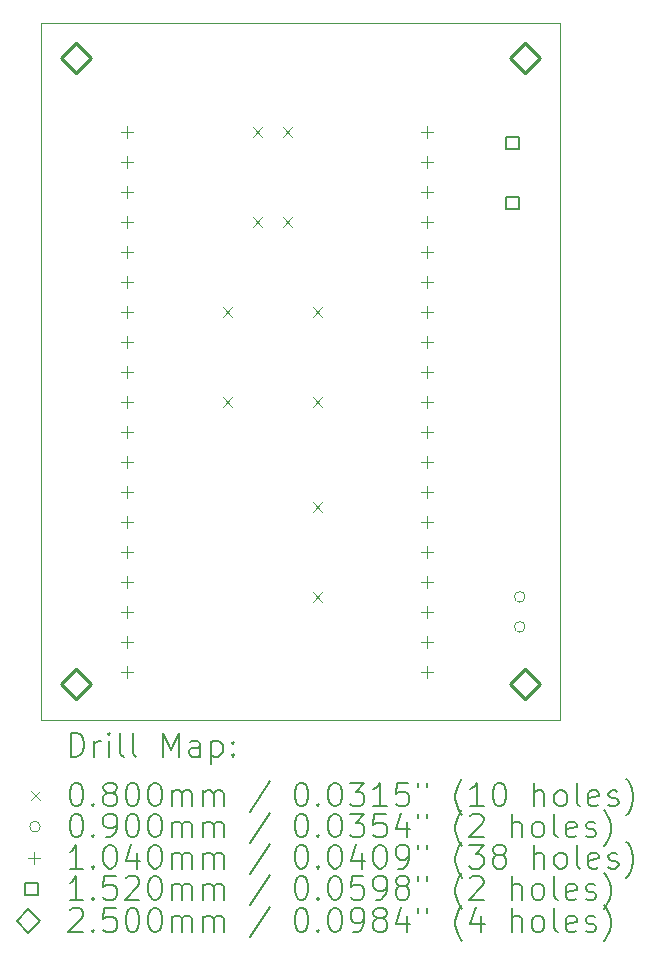
<source format=gbr>
%TF.GenerationSoftware,KiCad,Pcbnew,6.0.10+dfsg-1~bpo11+1*%
%TF.CreationDate,2023-02-14T21:12:59+00:00*%
%TF.ProjectId,Gazpar,47617a70-6172-42e6-9b69-6361645f7063,rev?*%
%TF.SameCoordinates,Original*%
%TF.FileFunction,Drillmap*%
%TF.FilePolarity,Positive*%
%FSLAX45Y45*%
G04 Gerber Fmt 4.5, Leading zero omitted, Abs format (unit mm)*
G04 Created by KiCad (PCBNEW 6.0.10+dfsg-1~bpo11+1) date 2023-02-14 21:12:59*
%MOMM*%
%LPD*%
G01*
G04 APERTURE LIST*
%ADD10C,0.050000*%
%ADD11C,0.200000*%
%ADD12C,0.080000*%
%ADD13C,0.090000*%
%ADD14C,0.104000*%
%ADD15C,0.152000*%
%ADD16C,0.250000*%
G04 APERTURE END LIST*
D10*
X15000000Y-4100000D02*
X15000000Y-10000000D01*
X15000000Y-4100000D02*
X19400000Y-4100000D01*
X19400000Y-4100000D02*
X19400000Y-10000000D01*
X15000000Y-10000000D02*
X19400000Y-10000000D01*
D11*
D12*
X16544250Y-6508000D02*
X16624250Y-6588000D01*
X16624250Y-6508000D02*
X16544250Y-6588000D01*
X16544250Y-7270000D02*
X16624250Y-7350000D01*
X16624250Y-7270000D02*
X16544250Y-7350000D01*
X16797750Y-4984000D02*
X16877750Y-5064000D01*
X16877750Y-4984000D02*
X16797750Y-5064000D01*
X16797750Y-5746000D02*
X16877750Y-5826000D01*
X16877750Y-5746000D02*
X16797750Y-5826000D01*
X17051750Y-4984000D02*
X17131750Y-5064000D01*
X17131750Y-4984000D02*
X17051750Y-5064000D01*
X17051750Y-5746000D02*
X17131750Y-5826000D01*
X17131750Y-5746000D02*
X17051750Y-5826000D01*
X17306250Y-6508000D02*
X17386250Y-6588000D01*
X17386250Y-6508000D02*
X17306250Y-6588000D01*
X17306250Y-7270000D02*
X17386250Y-7350000D01*
X17386250Y-7270000D02*
X17306250Y-7350000D01*
X17306250Y-8159000D02*
X17386250Y-8239000D01*
X17386250Y-8159000D02*
X17306250Y-8239000D01*
X17306250Y-8921000D02*
X17386250Y-9001000D01*
X17386250Y-8921000D02*
X17306250Y-9001000D01*
D13*
X19102000Y-8961000D02*
G75*
G03*
X19102000Y-8961000I-45000J0D01*
G01*
X19102000Y-9215000D02*
G75*
G03*
X19102000Y-9215000I-45000J0D01*
G01*
D14*
X15730000Y-4972000D02*
X15730000Y-5076000D01*
X15678000Y-5024000D02*
X15782000Y-5024000D01*
X15730000Y-5226000D02*
X15730000Y-5330000D01*
X15678000Y-5278000D02*
X15782000Y-5278000D01*
X15730000Y-5480000D02*
X15730000Y-5584000D01*
X15678000Y-5532000D02*
X15782000Y-5532000D01*
X15730000Y-5734000D02*
X15730000Y-5838000D01*
X15678000Y-5786000D02*
X15782000Y-5786000D01*
X15730000Y-5988000D02*
X15730000Y-6092000D01*
X15678000Y-6040000D02*
X15782000Y-6040000D01*
X15730000Y-6242000D02*
X15730000Y-6346000D01*
X15678000Y-6294000D02*
X15782000Y-6294000D01*
X15730000Y-6496000D02*
X15730000Y-6600000D01*
X15678000Y-6548000D02*
X15782000Y-6548000D01*
X15730000Y-6750000D02*
X15730000Y-6854000D01*
X15678000Y-6802000D02*
X15782000Y-6802000D01*
X15730000Y-7004000D02*
X15730000Y-7108000D01*
X15678000Y-7056000D02*
X15782000Y-7056000D01*
X15730000Y-7258000D02*
X15730000Y-7362000D01*
X15678000Y-7310000D02*
X15782000Y-7310000D01*
X15730000Y-7512000D02*
X15730000Y-7616000D01*
X15678000Y-7564000D02*
X15782000Y-7564000D01*
X15730000Y-7766000D02*
X15730000Y-7870000D01*
X15678000Y-7818000D02*
X15782000Y-7818000D01*
X15730000Y-8020000D02*
X15730000Y-8124000D01*
X15678000Y-8072000D02*
X15782000Y-8072000D01*
X15730000Y-8274000D02*
X15730000Y-8378000D01*
X15678000Y-8326000D02*
X15782000Y-8326000D01*
X15730000Y-8528000D02*
X15730000Y-8632000D01*
X15678000Y-8580000D02*
X15782000Y-8580000D01*
X15730000Y-8782000D02*
X15730000Y-8886000D01*
X15678000Y-8834000D02*
X15782000Y-8834000D01*
X15730000Y-9036000D02*
X15730000Y-9140000D01*
X15678000Y-9088000D02*
X15782000Y-9088000D01*
X15730000Y-9290000D02*
X15730000Y-9394000D01*
X15678000Y-9342000D02*
X15782000Y-9342000D01*
X15730000Y-9544000D02*
X15730000Y-9648000D01*
X15678000Y-9596000D02*
X15782000Y-9596000D01*
X18270000Y-4972000D02*
X18270000Y-5076000D01*
X18218000Y-5024000D02*
X18322000Y-5024000D01*
X18270000Y-5226000D02*
X18270000Y-5330000D01*
X18218000Y-5278000D02*
X18322000Y-5278000D01*
X18270000Y-5480000D02*
X18270000Y-5584000D01*
X18218000Y-5532000D02*
X18322000Y-5532000D01*
X18270000Y-5734000D02*
X18270000Y-5838000D01*
X18218000Y-5786000D02*
X18322000Y-5786000D01*
X18270000Y-5988000D02*
X18270000Y-6092000D01*
X18218000Y-6040000D02*
X18322000Y-6040000D01*
X18270000Y-6242000D02*
X18270000Y-6346000D01*
X18218000Y-6294000D02*
X18322000Y-6294000D01*
X18270000Y-6496000D02*
X18270000Y-6600000D01*
X18218000Y-6548000D02*
X18322000Y-6548000D01*
X18270000Y-6750000D02*
X18270000Y-6854000D01*
X18218000Y-6802000D02*
X18322000Y-6802000D01*
X18270000Y-7004000D02*
X18270000Y-7108000D01*
X18218000Y-7056000D02*
X18322000Y-7056000D01*
X18270000Y-7258000D02*
X18270000Y-7362000D01*
X18218000Y-7310000D02*
X18322000Y-7310000D01*
X18270000Y-7512000D02*
X18270000Y-7616000D01*
X18218000Y-7564000D02*
X18322000Y-7564000D01*
X18270000Y-7766000D02*
X18270000Y-7870000D01*
X18218000Y-7818000D02*
X18322000Y-7818000D01*
X18270000Y-8020000D02*
X18270000Y-8124000D01*
X18218000Y-8072000D02*
X18322000Y-8072000D01*
X18270000Y-8274000D02*
X18270000Y-8378000D01*
X18218000Y-8326000D02*
X18322000Y-8326000D01*
X18270000Y-8528000D02*
X18270000Y-8632000D01*
X18218000Y-8580000D02*
X18322000Y-8580000D01*
X18270000Y-8782000D02*
X18270000Y-8886000D01*
X18218000Y-8834000D02*
X18322000Y-8834000D01*
X18270000Y-9036000D02*
X18270000Y-9140000D01*
X18218000Y-9088000D02*
X18322000Y-9088000D01*
X18270000Y-9290000D02*
X18270000Y-9394000D01*
X18218000Y-9342000D02*
X18322000Y-9342000D01*
X18270000Y-9544000D02*
X18270000Y-9648000D01*
X18218000Y-9596000D02*
X18322000Y-9596000D01*
D15*
X19047241Y-5171741D02*
X19047241Y-5064259D01*
X18939759Y-5064259D01*
X18939759Y-5171741D01*
X19047241Y-5171741D01*
X19047241Y-5679741D02*
X19047241Y-5572259D01*
X18939759Y-5572259D01*
X18939759Y-5679741D01*
X19047241Y-5679741D01*
D16*
X15300000Y-4525000D02*
X15425000Y-4400000D01*
X15300000Y-4275000D01*
X15175000Y-4400000D01*
X15300000Y-4525000D01*
X15300000Y-9825000D02*
X15425000Y-9700000D01*
X15300000Y-9575000D01*
X15175000Y-9700000D01*
X15300000Y-9825000D01*
X19100000Y-4525000D02*
X19225000Y-4400000D01*
X19100000Y-4275000D01*
X18975000Y-4400000D01*
X19100000Y-4525000D01*
X19100000Y-9825000D02*
X19225000Y-9700000D01*
X19100000Y-9575000D01*
X18975000Y-9700000D01*
X19100000Y-9825000D01*
D11*
X15255119Y-10312976D02*
X15255119Y-10112976D01*
X15302738Y-10112976D01*
X15331309Y-10122500D01*
X15350357Y-10141548D01*
X15359881Y-10160595D01*
X15369405Y-10198690D01*
X15369405Y-10227262D01*
X15359881Y-10265357D01*
X15350357Y-10284405D01*
X15331309Y-10303452D01*
X15302738Y-10312976D01*
X15255119Y-10312976D01*
X15455119Y-10312976D02*
X15455119Y-10179643D01*
X15455119Y-10217738D02*
X15464643Y-10198690D01*
X15474167Y-10189167D01*
X15493214Y-10179643D01*
X15512262Y-10179643D01*
X15578928Y-10312976D02*
X15578928Y-10179643D01*
X15578928Y-10112976D02*
X15569405Y-10122500D01*
X15578928Y-10132024D01*
X15588452Y-10122500D01*
X15578928Y-10112976D01*
X15578928Y-10132024D01*
X15702738Y-10312976D02*
X15683690Y-10303452D01*
X15674167Y-10284405D01*
X15674167Y-10112976D01*
X15807500Y-10312976D02*
X15788452Y-10303452D01*
X15778928Y-10284405D01*
X15778928Y-10112976D01*
X16036071Y-10312976D02*
X16036071Y-10112976D01*
X16102738Y-10255833D01*
X16169405Y-10112976D01*
X16169405Y-10312976D01*
X16350357Y-10312976D02*
X16350357Y-10208214D01*
X16340833Y-10189167D01*
X16321786Y-10179643D01*
X16283690Y-10179643D01*
X16264643Y-10189167D01*
X16350357Y-10303452D02*
X16331309Y-10312976D01*
X16283690Y-10312976D01*
X16264643Y-10303452D01*
X16255119Y-10284405D01*
X16255119Y-10265357D01*
X16264643Y-10246310D01*
X16283690Y-10236786D01*
X16331309Y-10236786D01*
X16350357Y-10227262D01*
X16445595Y-10179643D02*
X16445595Y-10379643D01*
X16445595Y-10189167D02*
X16464643Y-10179643D01*
X16502738Y-10179643D01*
X16521786Y-10189167D01*
X16531309Y-10198690D01*
X16540833Y-10217738D01*
X16540833Y-10274881D01*
X16531309Y-10293929D01*
X16521786Y-10303452D01*
X16502738Y-10312976D01*
X16464643Y-10312976D01*
X16445595Y-10303452D01*
X16626548Y-10293929D02*
X16636071Y-10303452D01*
X16626548Y-10312976D01*
X16617024Y-10303452D01*
X16626548Y-10293929D01*
X16626548Y-10312976D01*
X16626548Y-10189167D02*
X16636071Y-10198690D01*
X16626548Y-10208214D01*
X16617024Y-10198690D01*
X16626548Y-10189167D01*
X16626548Y-10208214D01*
D12*
X14917500Y-10602500D02*
X14997500Y-10682500D01*
X14997500Y-10602500D02*
X14917500Y-10682500D01*
D11*
X15293214Y-10532976D02*
X15312262Y-10532976D01*
X15331309Y-10542500D01*
X15340833Y-10552024D01*
X15350357Y-10571071D01*
X15359881Y-10609167D01*
X15359881Y-10656786D01*
X15350357Y-10694881D01*
X15340833Y-10713929D01*
X15331309Y-10723452D01*
X15312262Y-10732976D01*
X15293214Y-10732976D01*
X15274167Y-10723452D01*
X15264643Y-10713929D01*
X15255119Y-10694881D01*
X15245595Y-10656786D01*
X15245595Y-10609167D01*
X15255119Y-10571071D01*
X15264643Y-10552024D01*
X15274167Y-10542500D01*
X15293214Y-10532976D01*
X15445595Y-10713929D02*
X15455119Y-10723452D01*
X15445595Y-10732976D01*
X15436071Y-10723452D01*
X15445595Y-10713929D01*
X15445595Y-10732976D01*
X15569405Y-10618690D02*
X15550357Y-10609167D01*
X15540833Y-10599643D01*
X15531309Y-10580595D01*
X15531309Y-10571071D01*
X15540833Y-10552024D01*
X15550357Y-10542500D01*
X15569405Y-10532976D01*
X15607500Y-10532976D01*
X15626548Y-10542500D01*
X15636071Y-10552024D01*
X15645595Y-10571071D01*
X15645595Y-10580595D01*
X15636071Y-10599643D01*
X15626548Y-10609167D01*
X15607500Y-10618690D01*
X15569405Y-10618690D01*
X15550357Y-10628214D01*
X15540833Y-10637738D01*
X15531309Y-10656786D01*
X15531309Y-10694881D01*
X15540833Y-10713929D01*
X15550357Y-10723452D01*
X15569405Y-10732976D01*
X15607500Y-10732976D01*
X15626548Y-10723452D01*
X15636071Y-10713929D01*
X15645595Y-10694881D01*
X15645595Y-10656786D01*
X15636071Y-10637738D01*
X15626548Y-10628214D01*
X15607500Y-10618690D01*
X15769405Y-10532976D02*
X15788452Y-10532976D01*
X15807500Y-10542500D01*
X15817024Y-10552024D01*
X15826548Y-10571071D01*
X15836071Y-10609167D01*
X15836071Y-10656786D01*
X15826548Y-10694881D01*
X15817024Y-10713929D01*
X15807500Y-10723452D01*
X15788452Y-10732976D01*
X15769405Y-10732976D01*
X15750357Y-10723452D01*
X15740833Y-10713929D01*
X15731309Y-10694881D01*
X15721786Y-10656786D01*
X15721786Y-10609167D01*
X15731309Y-10571071D01*
X15740833Y-10552024D01*
X15750357Y-10542500D01*
X15769405Y-10532976D01*
X15959881Y-10532976D02*
X15978928Y-10532976D01*
X15997976Y-10542500D01*
X16007500Y-10552024D01*
X16017024Y-10571071D01*
X16026548Y-10609167D01*
X16026548Y-10656786D01*
X16017024Y-10694881D01*
X16007500Y-10713929D01*
X15997976Y-10723452D01*
X15978928Y-10732976D01*
X15959881Y-10732976D01*
X15940833Y-10723452D01*
X15931309Y-10713929D01*
X15921786Y-10694881D01*
X15912262Y-10656786D01*
X15912262Y-10609167D01*
X15921786Y-10571071D01*
X15931309Y-10552024D01*
X15940833Y-10542500D01*
X15959881Y-10532976D01*
X16112262Y-10732976D02*
X16112262Y-10599643D01*
X16112262Y-10618690D02*
X16121786Y-10609167D01*
X16140833Y-10599643D01*
X16169405Y-10599643D01*
X16188452Y-10609167D01*
X16197976Y-10628214D01*
X16197976Y-10732976D01*
X16197976Y-10628214D02*
X16207500Y-10609167D01*
X16226548Y-10599643D01*
X16255119Y-10599643D01*
X16274167Y-10609167D01*
X16283690Y-10628214D01*
X16283690Y-10732976D01*
X16378928Y-10732976D02*
X16378928Y-10599643D01*
X16378928Y-10618690D02*
X16388452Y-10609167D01*
X16407500Y-10599643D01*
X16436071Y-10599643D01*
X16455119Y-10609167D01*
X16464643Y-10628214D01*
X16464643Y-10732976D01*
X16464643Y-10628214D02*
X16474167Y-10609167D01*
X16493214Y-10599643D01*
X16521786Y-10599643D01*
X16540833Y-10609167D01*
X16550357Y-10628214D01*
X16550357Y-10732976D01*
X16940833Y-10523452D02*
X16769405Y-10780595D01*
X17197976Y-10532976D02*
X17217024Y-10532976D01*
X17236071Y-10542500D01*
X17245595Y-10552024D01*
X17255119Y-10571071D01*
X17264643Y-10609167D01*
X17264643Y-10656786D01*
X17255119Y-10694881D01*
X17245595Y-10713929D01*
X17236071Y-10723452D01*
X17217024Y-10732976D01*
X17197976Y-10732976D01*
X17178929Y-10723452D01*
X17169405Y-10713929D01*
X17159881Y-10694881D01*
X17150357Y-10656786D01*
X17150357Y-10609167D01*
X17159881Y-10571071D01*
X17169405Y-10552024D01*
X17178929Y-10542500D01*
X17197976Y-10532976D01*
X17350357Y-10713929D02*
X17359881Y-10723452D01*
X17350357Y-10732976D01*
X17340833Y-10723452D01*
X17350357Y-10713929D01*
X17350357Y-10732976D01*
X17483690Y-10532976D02*
X17502738Y-10532976D01*
X17521786Y-10542500D01*
X17531310Y-10552024D01*
X17540833Y-10571071D01*
X17550357Y-10609167D01*
X17550357Y-10656786D01*
X17540833Y-10694881D01*
X17531310Y-10713929D01*
X17521786Y-10723452D01*
X17502738Y-10732976D01*
X17483690Y-10732976D01*
X17464643Y-10723452D01*
X17455119Y-10713929D01*
X17445595Y-10694881D01*
X17436071Y-10656786D01*
X17436071Y-10609167D01*
X17445595Y-10571071D01*
X17455119Y-10552024D01*
X17464643Y-10542500D01*
X17483690Y-10532976D01*
X17617024Y-10532976D02*
X17740833Y-10532976D01*
X17674167Y-10609167D01*
X17702738Y-10609167D01*
X17721786Y-10618690D01*
X17731310Y-10628214D01*
X17740833Y-10647262D01*
X17740833Y-10694881D01*
X17731310Y-10713929D01*
X17721786Y-10723452D01*
X17702738Y-10732976D01*
X17645595Y-10732976D01*
X17626548Y-10723452D01*
X17617024Y-10713929D01*
X17931310Y-10732976D02*
X17817024Y-10732976D01*
X17874167Y-10732976D02*
X17874167Y-10532976D01*
X17855119Y-10561548D01*
X17836071Y-10580595D01*
X17817024Y-10590119D01*
X18112262Y-10532976D02*
X18017024Y-10532976D01*
X18007500Y-10628214D01*
X18017024Y-10618690D01*
X18036071Y-10609167D01*
X18083690Y-10609167D01*
X18102738Y-10618690D01*
X18112262Y-10628214D01*
X18121786Y-10647262D01*
X18121786Y-10694881D01*
X18112262Y-10713929D01*
X18102738Y-10723452D01*
X18083690Y-10732976D01*
X18036071Y-10732976D01*
X18017024Y-10723452D01*
X18007500Y-10713929D01*
X18197976Y-10532976D02*
X18197976Y-10571071D01*
X18274167Y-10532976D02*
X18274167Y-10571071D01*
X18569405Y-10809167D02*
X18559881Y-10799643D01*
X18540833Y-10771071D01*
X18531310Y-10752024D01*
X18521786Y-10723452D01*
X18512262Y-10675833D01*
X18512262Y-10637738D01*
X18521786Y-10590119D01*
X18531310Y-10561548D01*
X18540833Y-10542500D01*
X18559881Y-10513929D01*
X18569405Y-10504405D01*
X18750357Y-10732976D02*
X18636071Y-10732976D01*
X18693214Y-10732976D02*
X18693214Y-10532976D01*
X18674167Y-10561548D01*
X18655119Y-10580595D01*
X18636071Y-10590119D01*
X18874167Y-10532976D02*
X18893214Y-10532976D01*
X18912262Y-10542500D01*
X18921786Y-10552024D01*
X18931310Y-10571071D01*
X18940833Y-10609167D01*
X18940833Y-10656786D01*
X18931310Y-10694881D01*
X18921786Y-10713929D01*
X18912262Y-10723452D01*
X18893214Y-10732976D01*
X18874167Y-10732976D01*
X18855119Y-10723452D01*
X18845595Y-10713929D01*
X18836071Y-10694881D01*
X18826548Y-10656786D01*
X18826548Y-10609167D01*
X18836071Y-10571071D01*
X18845595Y-10552024D01*
X18855119Y-10542500D01*
X18874167Y-10532976D01*
X19178929Y-10732976D02*
X19178929Y-10532976D01*
X19264643Y-10732976D02*
X19264643Y-10628214D01*
X19255119Y-10609167D01*
X19236071Y-10599643D01*
X19207500Y-10599643D01*
X19188452Y-10609167D01*
X19178929Y-10618690D01*
X19388452Y-10732976D02*
X19369405Y-10723452D01*
X19359881Y-10713929D01*
X19350357Y-10694881D01*
X19350357Y-10637738D01*
X19359881Y-10618690D01*
X19369405Y-10609167D01*
X19388452Y-10599643D01*
X19417024Y-10599643D01*
X19436071Y-10609167D01*
X19445595Y-10618690D01*
X19455119Y-10637738D01*
X19455119Y-10694881D01*
X19445595Y-10713929D01*
X19436071Y-10723452D01*
X19417024Y-10732976D01*
X19388452Y-10732976D01*
X19569405Y-10732976D02*
X19550357Y-10723452D01*
X19540833Y-10704405D01*
X19540833Y-10532976D01*
X19721786Y-10723452D02*
X19702738Y-10732976D01*
X19664643Y-10732976D01*
X19645595Y-10723452D01*
X19636071Y-10704405D01*
X19636071Y-10628214D01*
X19645595Y-10609167D01*
X19664643Y-10599643D01*
X19702738Y-10599643D01*
X19721786Y-10609167D01*
X19731310Y-10628214D01*
X19731310Y-10647262D01*
X19636071Y-10666310D01*
X19807500Y-10723452D02*
X19826548Y-10732976D01*
X19864643Y-10732976D01*
X19883690Y-10723452D01*
X19893214Y-10704405D01*
X19893214Y-10694881D01*
X19883690Y-10675833D01*
X19864643Y-10666310D01*
X19836071Y-10666310D01*
X19817024Y-10656786D01*
X19807500Y-10637738D01*
X19807500Y-10628214D01*
X19817024Y-10609167D01*
X19836071Y-10599643D01*
X19864643Y-10599643D01*
X19883690Y-10609167D01*
X19959881Y-10809167D02*
X19969405Y-10799643D01*
X19988452Y-10771071D01*
X19997976Y-10752024D01*
X20007500Y-10723452D01*
X20017024Y-10675833D01*
X20017024Y-10637738D01*
X20007500Y-10590119D01*
X19997976Y-10561548D01*
X19988452Y-10542500D01*
X19969405Y-10513929D01*
X19959881Y-10504405D01*
D13*
X14997500Y-10906500D02*
G75*
G03*
X14997500Y-10906500I-45000J0D01*
G01*
D11*
X15293214Y-10796976D02*
X15312262Y-10796976D01*
X15331309Y-10806500D01*
X15340833Y-10816024D01*
X15350357Y-10835071D01*
X15359881Y-10873167D01*
X15359881Y-10920786D01*
X15350357Y-10958881D01*
X15340833Y-10977929D01*
X15331309Y-10987452D01*
X15312262Y-10996976D01*
X15293214Y-10996976D01*
X15274167Y-10987452D01*
X15264643Y-10977929D01*
X15255119Y-10958881D01*
X15245595Y-10920786D01*
X15245595Y-10873167D01*
X15255119Y-10835071D01*
X15264643Y-10816024D01*
X15274167Y-10806500D01*
X15293214Y-10796976D01*
X15445595Y-10977929D02*
X15455119Y-10987452D01*
X15445595Y-10996976D01*
X15436071Y-10987452D01*
X15445595Y-10977929D01*
X15445595Y-10996976D01*
X15550357Y-10996976D02*
X15588452Y-10996976D01*
X15607500Y-10987452D01*
X15617024Y-10977929D01*
X15636071Y-10949357D01*
X15645595Y-10911262D01*
X15645595Y-10835071D01*
X15636071Y-10816024D01*
X15626548Y-10806500D01*
X15607500Y-10796976D01*
X15569405Y-10796976D01*
X15550357Y-10806500D01*
X15540833Y-10816024D01*
X15531309Y-10835071D01*
X15531309Y-10882690D01*
X15540833Y-10901738D01*
X15550357Y-10911262D01*
X15569405Y-10920786D01*
X15607500Y-10920786D01*
X15626548Y-10911262D01*
X15636071Y-10901738D01*
X15645595Y-10882690D01*
X15769405Y-10796976D02*
X15788452Y-10796976D01*
X15807500Y-10806500D01*
X15817024Y-10816024D01*
X15826548Y-10835071D01*
X15836071Y-10873167D01*
X15836071Y-10920786D01*
X15826548Y-10958881D01*
X15817024Y-10977929D01*
X15807500Y-10987452D01*
X15788452Y-10996976D01*
X15769405Y-10996976D01*
X15750357Y-10987452D01*
X15740833Y-10977929D01*
X15731309Y-10958881D01*
X15721786Y-10920786D01*
X15721786Y-10873167D01*
X15731309Y-10835071D01*
X15740833Y-10816024D01*
X15750357Y-10806500D01*
X15769405Y-10796976D01*
X15959881Y-10796976D02*
X15978928Y-10796976D01*
X15997976Y-10806500D01*
X16007500Y-10816024D01*
X16017024Y-10835071D01*
X16026548Y-10873167D01*
X16026548Y-10920786D01*
X16017024Y-10958881D01*
X16007500Y-10977929D01*
X15997976Y-10987452D01*
X15978928Y-10996976D01*
X15959881Y-10996976D01*
X15940833Y-10987452D01*
X15931309Y-10977929D01*
X15921786Y-10958881D01*
X15912262Y-10920786D01*
X15912262Y-10873167D01*
X15921786Y-10835071D01*
X15931309Y-10816024D01*
X15940833Y-10806500D01*
X15959881Y-10796976D01*
X16112262Y-10996976D02*
X16112262Y-10863643D01*
X16112262Y-10882690D02*
X16121786Y-10873167D01*
X16140833Y-10863643D01*
X16169405Y-10863643D01*
X16188452Y-10873167D01*
X16197976Y-10892214D01*
X16197976Y-10996976D01*
X16197976Y-10892214D02*
X16207500Y-10873167D01*
X16226548Y-10863643D01*
X16255119Y-10863643D01*
X16274167Y-10873167D01*
X16283690Y-10892214D01*
X16283690Y-10996976D01*
X16378928Y-10996976D02*
X16378928Y-10863643D01*
X16378928Y-10882690D02*
X16388452Y-10873167D01*
X16407500Y-10863643D01*
X16436071Y-10863643D01*
X16455119Y-10873167D01*
X16464643Y-10892214D01*
X16464643Y-10996976D01*
X16464643Y-10892214D02*
X16474167Y-10873167D01*
X16493214Y-10863643D01*
X16521786Y-10863643D01*
X16540833Y-10873167D01*
X16550357Y-10892214D01*
X16550357Y-10996976D01*
X16940833Y-10787452D02*
X16769405Y-11044595D01*
X17197976Y-10796976D02*
X17217024Y-10796976D01*
X17236071Y-10806500D01*
X17245595Y-10816024D01*
X17255119Y-10835071D01*
X17264643Y-10873167D01*
X17264643Y-10920786D01*
X17255119Y-10958881D01*
X17245595Y-10977929D01*
X17236071Y-10987452D01*
X17217024Y-10996976D01*
X17197976Y-10996976D01*
X17178929Y-10987452D01*
X17169405Y-10977929D01*
X17159881Y-10958881D01*
X17150357Y-10920786D01*
X17150357Y-10873167D01*
X17159881Y-10835071D01*
X17169405Y-10816024D01*
X17178929Y-10806500D01*
X17197976Y-10796976D01*
X17350357Y-10977929D02*
X17359881Y-10987452D01*
X17350357Y-10996976D01*
X17340833Y-10987452D01*
X17350357Y-10977929D01*
X17350357Y-10996976D01*
X17483690Y-10796976D02*
X17502738Y-10796976D01*
X17521786Y-10806500D01*
X17531310Y-10816024D01*
X17540833Y-10835071D01*
X17550357Y-10873167D01*
X17550357Y-10920786D01*
X17540833Y-10958881D01*
X17531310Y-10977929D01*
X17521786Y-10987452D01*
X17502738Y-10996976D01*
X17483690Y-10996976D01*
X17464643Y-10987452D01*
X17455119Y-10977929D01*
X17445595Y-10958881D01*
X17436071Y-10920786D01*
X17436071Y-10873167D01*
X17445595Y-10835071D01*
X17455119Y-10816024D01*
X17464643Y-10806500D01*
X17483690Y-10796976D01*
X17617024Y-10796976D02*
X17740833Y-10796976D01*
X17674167Y-10873167D01*
X17702738Y-10873167D01*
X17721786Y-10882690D01*
X17731310Y-10892214D01*
X17740833Y-10911262D01*
X17740833Y-10958881D01*
X17731310Y-10977929D01*
X17721786Y-10987452D01*
X17702738Y-10996976D01*
X17645595Y-10996976D01*
X17626548Y-10987452D01*
X17617024Y-10977929D01*
X17921786Y-10796976D02*
X17826548Y-10796976D01*
X17817024Y-10892214D01*
X17826548Y-10882690D01*
X17845595Y-10873167D01*
X17893214Y-10873167D01*
X17912262Y-10882690D01*
X17921786Y-10892214D01*
X17931310Y-10911262D01*
X17931310Y-10958881D01*
X17921786Y-10977929D01*
X17912262Y-10987452D01*
X17893214Y-10996976D01*
X17845595Y-10996976D01*
X17826548Y-10987452D01*
X17817024Y-10977929D01*
X18102738Y-10863643D02*
X18102738Y-10996976D01*
X18055119Y-10787452D02*
X18007500Y-10930310D01*
X18131310Y-10930310D01*
X18197976Y-10796976D02*
X18197976Y-10835071D01*
X18274167Y-10796976D02*
X18274167Y-10835071D01*
X18569405Y-11073167D02*
X18559881Y-11063643D01*
X18540833Y-11035071D01*
X18531310Y-11016024D01*
X18521786Y-10987452D01*
X18512262Y-10939833D01*
X18512262Y-10901738D01*
X18521786Y-10854119D01*
X18531310Y-10825548D01*
X18540833Y-10806500D01*
X18559881Y-10777929D01*
X18569405Y-10768405D01*
X18636071Y-10816024D02*
X18645595Y-10806500D01*
X18664643Y-10796976D01*
X18712262Y-10796976D01*
X18731310Y-10806500D01*
X18740833Y-10816024D01*
X18750357Y-10835071D01*
X18750357Y-10854119D01*
X18740833Y-10882690D01*
X18626548Y-10996976D01*
X18750357Y-10996976D01*
X18988452Y-10996976D02*
X18988452Y-10796976D01*
X19074167Y-10996976D02*
X19074167Y-10892214D01*
X19064643Y-10873167D01*
X19045595Y-10863643D01*
X19017024Y-10863643D01*
X18997976Y-10873167D01*
X18988452Y-10882690D01*
X19197976Y-10996976D02*
X19178929Y-10987452D01*
X19169405Y-10977929D01*
X19159881Y-10958881D01*
X19159881Y-10901738D01*
X19169405Y-10882690D01*
X19178929Y-10873167D01*
X19197976Y-10863643D01*
X19226548Y-10863643D01*
X19245595Y-10873167D01*
X19255119Y-10882690D01*
X19264643Y-10901738D01*
X19264643Y-10958881D01*
X19255119Y-10977929D01*
X19245595Y-10987452D01*
X19226548Y-10996976D01*
X19197976Y-10996976D01*
X19378929Y-10996976D02*
X19359881Y-10987452D01*
X19350357Y-10968405D01*
X19350357Y-10796976D01*
X19531310Y-10987452D02*
X19512262Y-10996976D01*
X19474167Y-10996976D01*
X19455119Y-10987452D01*
X19445595Y-10968405D01*
X19445595Y-10892214D01*
X19455119Y-10873167D01*
X19474167Y-10863643D01*
X19512262Y-10863643D01*
X19531310Y-10873167D01*
X19540833Y-10892214D01*
X19540833Y-10911262D01*
X19445595Y-10930310D01*
X19617024Y-10987452D02*
X19636071Y-10996976D01*
X19674167Y-10996976D01*
X19693214Y-10987452D01*
X19702738Y-10968405D01*
X19702738Y-10958881D01*
X19693214Y-10939833D01*
X19674167Y-10930310D01*
X19645595Y-10930310D01*
X19626548Y-10920786D01*
X19617024Y-10901738D01*
X19617024Y-10892214D01*
X19626548Y-10873167D01*
X19645595Y-10863643D01*
X19674167Y-10863643D01*
X19693214Y-10873167D01*
X19769405Y-11073167D02*
X19778929Y-11063643D01*
X19797976Y-11035071D01*
X19807500Y-11016024D01*
X19817024Y-10987452D01*
X19826548Y-10939833D01*
X19826548Y-10901738D01*
X19817024Y-10854119D01*
X19807500Y-10825548D01*
X19797976Y-10806500D01*
X19778929Y-10777929D01*
X19769405Y-10768405D01*
D14*
X14945500Y-11118500D02*
X14945500Y-11222500D01*
X14893500Y-11170500D02*
X14997500Y-11170500D01*
D11*
X15359881Y-11260976D02*
X15245595Y-11260976D01*
X15302738Y-11260976D02*
X15302738Y-11060976D01*
X15283690Y-11089548D01*
X15264643Y-11108595D01*
X15245595Y-11118119D01*
X15445595Y-11241928D02*
X15455119Y-11251452D01*
X15445595Y-11260976D01*
X15436071Y-11251452D01*
X15445595Y-11241928D01*
X15445595Y-11260976D01*
X15578928Y-11060976D02*
X15597976Y-11060976D01*
X15617024Y-11070500D01*
X15626548Y-11080024D01*
X15636071Y-11099071D01*
X15645595Y-11137167D01*
X15645595Y-11184786D01*
X15636071Y-11222881D01*
X15626548Y-11241928D01*
X15617024Y-11251452D01*
X15597976Y-11260976D01*
X15578928Y-11260976D01*
X15559881Y-11251452D01*
X15550357Y-11241928D01*
X15540833Y-11222881D01*
X15531309Y-11184786D01*
X15531309Y-11137167D01*
X15540833Y-11099071D01*
X15550357Y-11080024D01*
X15559881Y-11070500D01*
X15578928Y-11060976D01*
X15817024Y-11127643D02*
X15817024Y-11260976D01*
X15769405Y-11051452D02*
X15721786Y-11194309D01*
X15845595Y-11194309D01*
X15959881Y-11060976D02*
X15978928Y-11060976D01*
X15997976Y-11070500D01*
X16007500Y-11080024D01*
X16017024Y-11099071D01*
X16026548Y-11137167D01*
X16026548Y-11184786D01*
X16017024Y-11222881D01*
X16007500Y-11241928D01*
X15997976Y-11251452D01*
X15978928Y-11260976D01*
X15959881Y-11260976D01*
X15940833Y-11251452D01*
X15931309Y-11241928D01*
X15921786Y-11222881D01*
X15912262Y-11184786D01*
X15912262Y-11137167D01*
X15921786Y-11099071D01*
X15931309Y-11080024D01*
X15940833Y-11070500D01*
X15959881Y-11060976D01*
X16112262Y-11260976D02*
X16112262Y-11127643D01*
X16112262Y-11146690D02*
X16121786Y-11137167D01*
X16140833Y-11127643D01*
X16169405Y-11127643D01*
X16188452Y-11137167D01*
X16197976Y-11156214D01*
X16197976Y-11260976D01*
X16197976Y-11156214D02*
X16207500Y-11137167D01*
X16226548Y-11127643D01*
X16255119Y-11127643D01*
X16274167Y-11137167D01*
X16283690Y-11156214D01*
X16283690Y-11260976D01*
X16378928Y-11260976D02*
X16378928Y-11127643D01*
X16378928Y-11146690D02*
X16388452Y-11137167D01*
X16407500Y-11127643D01*
X16436071Y-11127643D01*
X16455119Y-11137167D01*
X16464643Y-11156214D01*
X16464643Y-11260976D01*
X16464643Y-11156214D02*
X16474167Y-11137167D01*
X16493214Y-11127643D01*
X16521786Y-11127643D01*
X16540833Y-11137167D01*
X16550357Y-11156214D01*
X16550357Y-11260976D01*
X16940833Y-11051452D02*
X16769405Y-11308595D01*
X17197976Y-11060976D02*
X17217024Y-11060976D01*
X17236071Y-11070500D01*
X17245595Y-11080024D01*
X17255119Y-11099071D01*
X17264643Y-11137167D01*
X17264643Y-11184786D01*
X17255119Y-11222881D01*
X17245595Y-11241928D01*
X17236071Y-11251452D01*
X17217024Y-11260976D01*
X17197976Y-11260976D01*
X17178929Y-11251452D01*
X17169405Y-11241928D01*
X17159881Y-11222881D01*
X17150357Y-11184786D01*
X17150357Y-11137167D01*
X17159881Y-11099071D01*
X17169405Y-11080024D01*
X17178929Y-11070500D01*
X17197976Y-11060976D01*
X17350357Y-11241928D02*
X17359881Y-11251452D01*
X17350357Y-11260976D01*
X17340833Y-11251452D01*
X17350357Y-11241928D01*
X17350357Y-11260976D01*
X17483690Y-11060976D02*
X17502738Y-11060976D01*
X17521786Y-11070500D01*
X17531310Y-11080024D01*
X17540833Y-11099071D01*
X17550357Y-11137167D01*
X17550357Y-11184786D01*
X17540833Y-11222881D01*
X17531310Y-11241928D01*
X17521786Y-11251452D01*
X17502738Y-11260976D01*
X17483690Y-11260976D01*
X17464643Y-11251452D01*
X17455119Y-11241928D01*
X17445595Y-11222881D01*
X17436071Y-11184786D01*
X17436071Y-11137167D01*
X17445595Y-11099071D01*
X17455119Y-11080024D01*
X17464643Y-11070500D01*
X17483690Y-11060976D01*
X17721786Y-11127643D02*
X17721786Y-11260976D01*
X17674167Y-11051452D02*
X17626548Y-11194309D01*
X17750357Y-11194309D01*
X17864643Y-11060976D02*
X17883690Y-11060976D01*
X17902738Y-11070500D01*
X17912262Y-11080024D01*
X17921786Y-11099071D01*
X17931310Y-11137167D01*
X17931310Y-11184786D01*
X17921786Y-11222881D01*
X17912262Y-11241928D01*
X17902738Y-11251452D01*
X17883690Y-11260976D01*
X17864643Y-11260976D01*
X17845595Y-11251452D01*
X17836071Y-11241928D01*
X17826548Y-11222881D01*
X17817024Y-11184786D01*
X17817024Y-11137167D01*
X17826548Y-11099071D01*
X17836071Y-11080024D01*
X17845595Y-11070500D01*
X17864643Y-11060976D01*
X18026548Y-11260976D02*
X18064643Y-11260976D01*
X18083690Y-11251452D01*
X18093214Y-11241928D01*
X18112262Y-11213357D01*
X18121786Y-11175262D01*
X18121786Y-11099071D01*
X18112262Y-11080024D01*
X18102738Y-11070500D01*
X18083690Y-11060976D01*
X18045595Y-11060976D01*
X18026548Y-11070500D01*
X18017024Y-11080024D01*
X18007500Y-11099071D01*
X18007500Y-11146690D01*
X18017024Y-11165738D01*
X18026548Y-11175262D01*
X18045595Y-11184786D01*
X18083690Y-11184786D01*
X18102738Y-11175262D01*
X18112262Y-11165738D01*
X18121786Y-11146690D01*
X18197976Y-11060976D02*
X18197976Y-11099071D01*
X18274167Y-11060976D02*
X18274167Y-11099071D01*
X18569405Y-11337167D02*
X18559881Y-11327643D01*
X18540833Y-11299071D01*
X18531310Y-11280024D01*
X18521786Y-11251452D01*
X18512262Y-11203833D01*
X18512262Y-11165738D01*
X18521786Y-11118119D01*
X18531310Y-11089548D01*
X18540833Y-11070500D01*
X18559881Y-11041929D01*
X18569405Y-11032405D01*
X18626548Y-11060976D02*
X18750357Y-11060976D01*
X18683690Y-11137167D01*
X18712262Y-11137167D01*
X18731310Y-11146690D01*
X18740833Y-11156214D01*
X18750357Y-11175262D01*
X18750357Y-11222881D01*
X18740833Y-11241928D01*
X18731310Y-11251452D01*
X18712262Y-11260976D01*
X18655119Y-11260976D01*
X18636071Y-11251452D01*
X18626548Y-11241928D01*
X18864643Y-11146690D02*
X18845595Y-11137167D01*
X18836071Y-11127643D01*
X18826548Y-11108595D01*
X18826548Y-11099071D01*
X18836071Y-11080024D01*
X18845595Y-11070500D01*
X18864643Y-11060976D01*
X18902738Y-11060976D01*
X18921786Y-11070500D01*
X18931310Y-11080024D01*
X18940833Y-11099071D01*
X18940833Y-11108595D01*
X18931310Y-11127643D01*
X18921786Y-11137167D01*
X18902738Y-11146690D01*
X18864643Y-11146690D01*
X18845595Y-11156214D01*
X18836071Y-11165738D01*
X18826548Y-11184786D01*
X18826548Y-11222881D01*
X18836071Y-11241928D01*
X18845595Y-11251452D01*
X18864643Y-11260976D01*
X18902738Y-11260976D01*
X18921786Y-11251452D01*
X18931310Y-11241928D01*
X18940833Y-11222881D01*
X18940833Y-11184786D01*
X18931310Y-11165738D01*
X18921786Y-11156214D01*
X18902738Y-11146690D01*
X19178929Y-11260976D02*
X19178929Y-11060976D01*
X19264643Y-11260976D02*
X19264643Y-11156214D01*
X19255119Y-11137167D01*
X19236071Y-11127643D01*
X19207500Y-11127643D01*
X19188452Y-11137167D01*
X19178929Y-11146690D01*
X19388452Y-11260976D02*
X19369405Y-11251452D01*
X19359881Y-11241928D01*
X19350357Y-11222881D01*
X19350357Y-11165738D01*
X19359881Y-11146690D01*
X19369405Y-11137167D01*
X19388452Y-11127643D01*
X19417024Y-11127643D01*
X19436071Y-11137167D01*
X19445595Y-11146690D01*
X19455119Y-11165738D01*
X19455119Y-11222881D01*
X19445595Y-11241928D01*
X19436071Y-11251452D01*
X19417024Y-11260976D01*
X19388452Y-11260976D01*
X19569405Y-11260976D02*
X19550357Y-11251452D01*
X19540833Y-11232405D01*
X19540833Y-11060976D01*
X19721786Y-11251452D02*
X19702738Y-11260976D01*
X19664643Y-11260976D01*
X19645595Y-11251452D01*
X19636071Y-11232405D01*
X19636071Y-11156214D01*
X19645595Y-11137167D01*
X19664643Y-11127643D01*
X19702738Y-11127643D01*
X19721786Y-11137167D01*
X19731310Y-11156214D01*
X19731310Y-11175262D01*
X19636071Y-11194309D01*
X19807500Y-11251452D02*
X19826548Y-11260976D01*
X19864643Y-11260976D01*
X19883690Y-11251452D01*
X19893214Y-11232405D01*
X19893214Y-11222881D01*
X19883690Y-11203833D01*
X19864643Y-11194309D01*
X19836071Y-11194309D01*
X19817024Y-11184786D01*
X19807500Y-11165738D01*
X19807500Y-11156214D01*
X19817024Y-11137167D01*
X19836071Y-11127643D01*
X19864643Y-11127643D01*
X19883690Y-11137167D01*
X19959881Y-11337167D02*
X19969405Y-11327643D01*
X19988452Y-11299071D01*
X19997976Y-11280024D01*
X20007500Y-11251452D01*
X20017024Y-11203833D01*
X20017024Y-11165738D01*
X20007500Y-11118119D01*
X19997976Y-11089548D01*
X19988452Y-11070500D01*
X19969405Y-11041929D01*
X19959881Y-11032405D01*
D15*
X14975241Y-11488241D02*
X14975241Y-11380759D01*
X14867759Y-11380759D01*
X14867759Y-11488241D01*
X14975241Y-11488241D01*
D11*
X15359881Y-11524976D02*
X15245595Y-11524976D01*
X15302738Y-11524976D02*
X15302738Y-11324976D01*
X15283690Y-11353548D01*
X15264643Y-11372595D01*
X15245595Y-11382119D01*
X15445595Y-11505928D02*
X15455119Y-11515452D01*
X15445595Y-11524976D01*
X15436071Y-11515452D01*
X15445595Y-11505928D01*
X15445595Y-11524976D01*
X15636071Y-11324976D02*
X15540833Y-11324976D01*
X15531309Y-11420214D01*
X15540833Y-11410690D01*
X15559881Y-11401167D01*
X15607500Y-11401167D01*
X15626548Y-11410690D01*
X15636071Y-11420214D01*
X15645595Y-11439262D01*
X15645595Y-11486881D01*
X15636071Y-11505928D01*
X15626548Y-11515452D01*
X15607500Y-11524976D01*
X15559881Y-11524976D01*
X15540833Y-11515452D01*
X15531309Y-11505928D01*
X15721786Y-11344024D02*
X15731309Y-11334500D01*
X15750357Y-11324976D01*
X15797976Y-11324976D01*
X15817024Y-11334500D01*
X15826548Y-11344024D01*
X15836071Y-11363071D01*
X15836071Y-11382119D01*
X15826548Y-11410690D01*
X15712262Y-11524976D01*
X15836071Y-11524976D01*
X15959881Y-11324976D02*
X15978928Y-11324976D01*
X15997976Y-11334500D01*
X16007500Y-11344024D01*
X16017024Y-11363071D01*
X16026548Y-11401167D01*
X16026548Y-11448786D01*
X16017024Y-11486881D01*
X16007500Y-11505928D01*
X15997976Y-11515452D01*
X15978928Y-11524976D01*
X15959881Y-11524976D01*
X15940833Y-11515452D01*
X15931309Y-11505928D01*
X15921786Y-11486881D01*
X15912262Y-11448786D01*
X15912262Y-11401167D01*
X15921786Y-11363071D01*
X15931309Y-11344024D01*
X15940833Y-11334500D01*
X15959881Y-11324976D01*
X16112262Y-11524976D02*
X16112262Y-11391643D01*
X16112262Y-11410690D02*
X16121786Y-11401167D01*
X16140833Y-11391643D01*
X16169405Y-11391643D01*
X16188452Y-11401167D01*
X16197976Y-11420214D01*
X16197976Y-11524976D01*
X16197976Y-11420214D02*
X16207500Y-11401167D01*
X16226548Y-11391643D01*
X16255119Y-11391643D01*
X16274167Y-11401167D01*
X16283690Y-11420214D01*
X16283690Y-11524976D01*
X16378928Y-11524976D02*
X16378928Y-11391643D01*
X16378928Y-11410690D02*
X16388452Y-11401167D01*
X16407500Y-11391643D01*
X16436071Y-11391643D01*
X16455119Y-11401167D01*
X16464643Y-11420214D01*
X16464643Y-11524976D01*
X16464643Y-11420214D02*
X16474167Y-11401167D01*
X16493214Y-11391643D01*
X16521786Y-11391643D01*
X16540833Y-11401167D01*
X16550357Y-11420214D01*
X16550357Y-11524976D01*
X16940833Y-11315452D02*
X16769405Y-11572595D01*
X17197976Y-11324976D02*
X17217024Y-11324976D01*
X17236071Y-11334500D01*
X17245595Y-11344024D01*
X17255119Y-11363071D01*
X17264643Y-11401167D01*
X17264643Y-11448786D01*
X17255119Y-11486881D01*
X17245595Y-11505928D01*
X17236071Y-11515452D01*
X17217024Y-11524976D01*
X17197976Y-11524976D01*
X17178929Y-11515452D01*
X17169405Y-11505928D01*
X17159881Y-11486881D01*
X17150357Y-11448786D01*
X17150357Y-11401167D01*
X17159881Y-11363071D01*
X17169405Y-11344024D01*
X17178929Y-11334500D01*
X17197976Y-11324976D01*
X17350357Y-11505928D02*
X17359881Y-11515452D01*
X17350357Y-11524976D01*
X17340833Y-11515452D01*
X17350357Y-11505928D01*
X17350357Y-11524976D01*
X17483690Y-11324976D02*
X17502738Y-11324976D01*
X17521786Y-11334500D01*
X17531310Y-11344024D01*
X17540833Y-11363071D01*
X17550357Y-11401167D01*
X17550357Y-11448786D01*
X17540833Y-11486881D01*
X17531310Y-11505928D01*
X17521786Y-11515452D01*
X17502738Y-11524976D01*
X17483690Y-11524976D01*
X17464643Y-11515452D01*
X17455119Y-11505928D01*
X17445595Y-11486881D01*
X17436071Y-11448786D01*
X17436071Y-11401167D01*
X17445595Y-11363071D01*
X17455119Y-11344024D01*
X17464643Y-11334500D01*
X17483690Y-11324976D01*
X17731310Y-11324976D02*
X17636071Y-11324976D01*
X17626548Y-11420214D01*
X17636071Y-11410690D01*
X17655119Y-11401167D01*
X17702738Y-11401167D01*
X17721786Y-11410690D01*
X17731310Y-11420214D01*
X17740833Y-11439262D01*
X17740833Y-11486881D01*
X17731310Y-11505928D01*
X17721786Y-11515452D01*
X17702738Y-11524976D01*
X17655119Y-11524976D01*
X17636071Y-11515452D01*
X17626548Y-11505928D01*
X17836071Y-11524976D02*
X17874167Y-11524976D01*
X17893214Y-11515452D01*
X17902738Y-11505928D01*
X17921786Y-11477357D01*
X17931310Y-11439262D01*
X17931310Y-11363071D01*
X17921786Y-11344024D01*
X17912262Y-11334500D01*
X17893214Y-11324976D01*
X17855119Y-11324976D01*
X17836071Y-11334500D01*
X17826548Y-11344024D01*
X17817024Y-11363071D01*
X17817024Y-11410690D01*
X17826548Y-11429738D01*
X17836071Y-11439262D01*
X17855119Y-11448786D01*
X17893214Y-11448786D01*
X17912262Y-11439262D01*
X17921786Y-11429738D01*
X17931310Y-11410690D01*
X18045595Y-11410690D02*
X18026548Y-11401167D01*
X18017024Y-11391643D01*
X18007500Y-11372595D01*
X18007500Y-11363071D01*
X18017024Y-11344024D01*
X18026548Y-11334500D01*
X18045595Y-11324976D01*
X18083690Y-11324976D01*
X18102738Y-11334500D01*
X18112262Y-11344024D01*
X18121786Y-11363071D01*
X18121786Y-11372595D01*
X18112262Y-11391643D01*
X18102738Y-11401167D01*
X18083690Y-11410690D01*
X18045595Y-11410690D01*
X18026548Y-11420214D01*
X18017024Y-11429738D01*
X18007500Y-11448786D01*
X18007500Y-11486881D01*
X18017024Y-11505928D01*
X18026548Y-11515452D01*
X18045595Y-11524976D01*
X18083690Y-11524976D01*
X18102738Y-11515452D01*
X18112262Y-11505928D01*
X18121786Y-11486881D01*
X18121786Y-11448786D01*
X18112262Y-11429738D01*
X18102738Y-11420214D01*
X18083690Y-11410690D01*
X18197976Y-11324976D02*
X18197976Y-11363071D01*
X18274167Y-11324976D02*
X18274167Y-11363071D01*
X18569405Y-11601167D02*
X18559881Y-11591643D01*
X18540833Y-11563071D01*
X18531310Y-11544024D01*
X18521786Y-11515452D01*
X18512262Y-11467833D01*
X18512262Y-11429738D01*
X18521786Y-11382119D01*
X18531310Y-11353548D01*
X18540833Y-11334500D01*
X18559881Y-11305928D01*
X18569405Y-11296405D01*
X18636071Y-11344024D02*
X18645595Y-11334500D01*
X18664643Y-11324976D01*
X18712262Y-11324976D01*
X18731310Y-11334500D01*
X18740833Y-11344024D01*
X18750357Y-11363071D01*
X18750357Y-11382119D01*
X18740833Y-11410690D01*
X18626548Y-11524976D01*
X18750357Y-11524976D01*
X18988452Y-11524976D02*
X18988452Y-11324976D01*
X19074167Y-11524976D02*
X19074167Y-11420214D01*
X19064643Y-11401167D01*
X19045595Y-11391643D01*
X19017024Y-11391643D01*
X18997976Y-11401167D01*
X18988452Y-11410690D01*
X19197976Y-11524976D02*
X19178929Y-11515452D01*
X19169405Y-11505928D01*
X19159881Y-11486881D01*
X19159881Y-11429738D01*
X19169405Y-11410690D01*
X19178929Y-11401167D01*
X19197976Y-11391643D01*
X19226548Y-11391643D01*
X19245595Y-11401167D01*
X19255119Y-11410690D01*
X19264643Y-11429738D01*
X19264643Y-11486881D01*
X19255119Y-11505928D01*
X19245595Y-11515452D01*
X19226548Y-11524976D01*
X19197976Y-11524976D01*
X19378929Y-11524976D02*
X19359881Y-11515452D01*
X19350357Y-11496405D01*
X19350357Y-11324976D01*
X19531310Y-11515452D02*
X19512262Y-11524976D01*
X19474167Y-11524976D01*
X19455119Y-11515452D01*
X19445595Y-11496405D01*
X19445595Y-11420214D01*
X19455119Y-11401167D01*
X19474167Y-11391643D01*
X19512262Y-11391643D01*
X19531310Y-11401167D01*
X19540833Y-11420214D01*
X19540833Y-11439262D01*
X19445595Y-11458309D01*
X19617024Y-11515452D02*
X19636071Y-11524976D01*
X19674167Y-11524976D01*
X19693214Y-11515452D01*
X19702738Y-11496405D01*
X19702738Y-11486881D01*
X19693214Y-11467833D01*
X19674167Y-11458309D01*
X19645595Y-11458309D01*
X19626548Y-11448786D01*
X19617024Y-11429738D01*
X19617024Y-11420214D01*
X19626548Y-11401167D01*
X19645595Y-11391643D01*
X19674167Y-11391643D01*
X19693214Y-11401167D01*
X19769405Y-11601167D02*
X19778929Y-11591643D01*
X19797976Y-11563071D01*
X19807500Y-11544024D01*
X19817024Y-11515452D01*
X19826548Y-11467833D01*
X19826548Y-11429738D01*
X19817024Y-11382119D01*
X19807500Y-11353548D01*
X19797976Y-11334500D01*
X19778929Y-11305928D01*
X19769405Y-11296405D01*
X14897500Y-11806500D02*
X14997500Y-11706500D01*
X14897500Y-11606500D01*
X14797500Y-11706500D01*
X14897500Y-11806500D01*
X15245595Y-11616024D02*
X15255119Y-11606500D01*
X15274167Y-11596976D01*
X15321786Y-11596976D01*
X15340833Y-11606500D01*
X15350357Y-11616024D01*
X15359881Y-11635071D01*
X15359881Y-11654119D01*
X15350357Y-11682690D01*
X15236071Y-11796976D01*
X15359881Y-11796976D01*
X15445595Y-11777928D02*
X15455119Y-11787452D01*
X15445595Y-11796976D01*
X15436071Y-11787452D01*
X15445595Y-11777928D01*
X15445595Y-11796976D01*
X15636071Y-11596976D02*
X15540833Y-11596976D01*
X15531309Y-11692214D01*
X15540833Y-11682690D01*
X15559881Y-11673167D01*
X15607500Y-11673167D01*
X15626548Y-11682690D01*
X15636071Y-11692214D01*
X15645595Y-11711262D01*
X15645595Y-11758881D01*
X15636071Y-11777928D01*
X15626548Y-11787452D01*
X15607500Y-11796976D01*
X15559881Y-11796976D01*
X15540833Y-11787452D01*
X15531309Y-11777928D01*
X15769405Y-11596976D02*
X15788452Y-11596976D01*
X15807500Y-11606500D01*
X15817024Y-11616024D01*
X15826548Y-11635071D01*
X15836071Y-11673167D01*
X15836071Y-11720786D01*
X15826548Y-11758881D01*
X15817024Y-11777928D01*
X15807500Y-11787452D01*
X15788452Y-11796976D01*
X15769405Y-11796976D01*
X15750357Y-11787452D01*
X15740833Y-11777928D01*
X15731309Y-11758881D01*
X15721786Y-11720786D01*
X15721786Y-11673167D01*
X15731309Y-11635071D01*
X15740833Y-11616024D01*
X15750357Y-11606500D01*
X15769405Y-11596976D01*
X15959881Y-11596976D02*
X15978928Y-11596976D01*
X15997976Y-11606500D01*
X16007500Y-11616024D01*
X16017024Y-11635071D01*
X16026548Y-11673167D01*
X16026548Y-11720786D01*
X16017024Y-11758881D01*
X16007500Y-11777928D01*
X15997976Y-11787452D01*
X15978928Y-11796976D01*
X15959881Y-11796976D01*
X15940833Y-11787452D01*
X15931309Y-11777928D01*
X15921786Y-11758881D01*
X15912262Y-11720786D01*
X15912262Y-11673167D01*
X15921786Y-11635071D01*
X15931309Y-11616024D01*
X15940833Y-11606500D01*
X15959881Y-11596976D01*
X16112262Y-11796976D02*
X16112262Y-11663643D01*
X16112262Y-11682690D02*
X16121786Y-11673167D01*
X16140833Y-11663643D01*
X16169405Y-11663643D01*
X16188452Y-11673167D01*
X16197976Y-11692214D01*
X16197976Y-11796976D01*
X16197976Y-11692214D02*
X16207500Y-11673167D01*
X16226548Y-11663643D01*
X16255119Y-11663643D01*
X16274167Y-11673167D01*
X16283690Y-11692214D01*
X16283690Y-11796976D01*
X16378928Y-11796976D02*
X16378928Y-11663643D01*
X16378928Y-11682690D02*
X16388452Y-11673167D01*
X16407500Y-11663643D01*
X16436071Y-11663643D01*
X16455119Y-11673167D01*
X16464643Y-11692214D01*
X16464643Y-11796976D01*
X16464643Y-11692214D02*
X16474167Y-11673167D01*
X16493214Y-11663643D01*
X16521786Y-11663643D01*
X16540833Y-11673167D01*
X16550357Y-11692214D01*
X16550357Y-11796976D01*
X16940833Y-11587452D02*
X16769405Y-11844595D01*
X17197976Y-11596976D02*
X17217024Y-11596976D01*
X17236071Y-11606500D01*
X17245595Y-11616024D01*
X17255119Y-11635071D01*
X17264643Y-11673167D01*
X17264643Y-11720786D01*
X17255119Y-11758881D01*
X17245595Y-11777928D01*
X17236071Y-11787452D01*
X17217024Y-11796976D01*
X17197976Y-11796976D01*
X17178929Y-11787452D01*
X17169405Y-11777928D01*
X17159881Y-11758881D01*
X17150357Y-11720786D01*
X17150357Y-11673167D01*
X17159881Y-11635071D01*
X17169405Y-11616024D01*
X17178929Y-11606500D01*
X17197976Y-11596976D01*
X17350357Y-11777928D02*
X17359881Y-11787452D01*
X17350357Y-11796976D01*
X17340833Y-11787452D01*
X17350357Y-11777928D01*
X17350357Y-11796976D01*
X17483690Y-11596976D02*
X17502738Y-11596976D01*
X17521786Y-11606500D01*
X17531310Y-11616024D01*
X17540833Y-11635071D01*
X17550357Y-11673167D01*
X17550357Y-11720786D01*
X17540833Y-11758881D01*
X17531310Y-11777928D01*
X17521786Y-11787452D01*
X17502738Y-11796976D01*
X17483690Y-11796976D01*
X17464643Y-11787452D01*
X17455119Y-11777928D01*
X17445595Y-11758881D01*
X17436071Y-11720786D01*
X17436071Y-11673167D01*
X17445595Y-11635071D01*
X17455119Y-11616024D01*
X17464643Y-11606500D01*
X17483690Y-11596976D01*
X17645595Y-11796976D02*
X17683690Y-11796976D01*
X17702738Y-11787452D01*
X17712262Y-11777928D01*
X17731310Y-11749357D01*
X17740833Y-11711262D01*
X17740833Y-11635071D01*
X17731310Y-11616024D01*
X17721786Y-11606500D01*
X17702738Y-11596976D01*
X17664643Y-11596976D01*
X17645595Y-11606500D01*
X17636071Y-11616024D01*
X17626548Y-11635071D01*
X17626548Y-11682690D01*
X17636071Y-11701738D01*
X17645595Y-11711262D01*
X17664643Y-11720786D01*
X17702738Y-11720786D01*
X17721786Y-11711262D01*
X17731310Y-11701738D01*
X17740833Y-11682690D01*
X17855119Y-11682690D02*
X17836071Y-11673167D01*
X17826548Y-11663643D01*
X17817024Y-11644595D01*
X17817024Y-11635071D01*
X17826548Y-11616024D01*
X17836071Y-11606500D01*
X17855119Y-11596976D01*
X17893214Y-11596976D01*
X17912262Y-11606500D01*
X17921786Y-11616024D01*
X17931310Y-11635071D01*
X17931310Y-11644595D01*
X17921786Y-11663643D01*
X17912262Y-11673167D01*
X17893214Y-11682690D01*
X17855119Y-11682690D01*
X17836071Y-11692214D01*
X17826548Y-11701738D01*
X17817024Y-11720786D01*
X17817024Y-11758881D01*
X17826548Y-11777928D01*
X17836071Y-11787452D01*
X17855119Y-11796976D01*
X17893214Y-11796976D01*
X17912262Y-11787452D01*
X17921786Y-11777928D01*
X17931310Y-11758881D01*
X17931310Y-11720786D01*
X17921786Y-11701738D01*
X17912262Y-11692214D01*
X17893214Y-11682690D01*
X18102738Y-11663643D02*
X18102738Y-11796976D01*
X18055119Y-11587452D02*
X18007500Y-11730309D01*
X18131310Y-11730309D01*
X18197976Y-11596976D02*
X18197976Y-11635071D01*
X18274167Y-11596976D02*
X18274167Y-11635071D01*
X18569405Y-11873167D02*
X18559881Y-11863643D01*
X18540833Y-11835071D01*
X18531310Y-11816024D01*
X18521786Y-11787452D01*
X18512262Y-11739833D01*
X18512262Y-11701738D01*
X18521786Y-11654119D01*
X18531310Y-11625548D01*
X18540833Y-11606500D01*
X18559881Y-11577928D01*
X18569405Y-11568405D01*
X18731310Y-11663643D02*
X18731310Y-11796976D01*
X18683690Y-11587452D02*
X18636071Y-11730309D01*
X18759881Y-11730309D01*
X18988452Y-11796976D02*
X18988452Y-11596976D01*
X19074167Y-11796976D02*
X19074167Y-11692214D01*
X19064643Y-11673167D01*
X19045595Y-11663643D01*
X19017024Y-11663643D01*
X18997976Y-11673167D01*
X18988452Y-11682690D01*
X19197976Y-11796976D02*
X19178929Y-11787452D01*
X19169405Y-11777928D01*
X19159881Y-11758881D01*
X19159881Y-11701738D01*
X19169405Y-11682690D01*
X19178929Y-11673167D01*
X19197976Y-11663643D01*
X19226548Y-11663643D01*
X19245595Y-11673167D01*
X19255119Y-11682690D01*
X19264643Y-11701738D01*
X19264643Y-11758881D01*
X19255119Y-11777928D01*
X19245595Y-11787452D01*
X19226548Y-11796976D01*
X19197976Y-11796976D01*
X19378929Y-11796976D02*
X19359881Y-11787452D01*
X19350357Y-11768405D01*
X19350357Y-11596976D01*
X19531310Y-11787452D02*
X19512262Y-11796976D01*
X19474167Y-11796976D01*
X19455119Y-11787452D01*
X19445595Y-11768405D01*
X19445595Y-11692214D01*
X19455119Y-11673167D01*
X19474167Y-11663643D01*
X19512262Y-11663643D01*
X19531310Y-11673167D01*
X19540833Y-11692214D01*
X19540833Y-11711262D01*
X19445595Y-11730309D01*
X19617024Y-11787452D02*
X19636071Y-11796976D01*
X19674167Y-11796976D01*
X19693214Y-11787452D01*
X19702738Y-11768405D01*
X19702738Y-11758881D01*
X19693214Y-11739833D01*
X19674167Y-11730309D01*
X19645595Y-11730309D01*
X19626548Y-11720786D01*
X19617024Y-11701738D01*
X19617024Y-11692214D01*
X19626548Y-11673167D01*
X19645595Y-11663643D01*
X19674167Y-11663643D01*
X19693214Y-11673167D01*
X19769405Y-11873167D02*
X19778929Y-11863643D01*
X19797976Y-11835071D01*
X19807500Y-11816024D01*
X19817024Y-11787452D01*
X19826548Y-11739833D01*
X19826548Y-11701738D01*
X19817024Y-11654119D01*
X19807500Y-11625548D01*
X19797976Y-11606500D01*
X19778929Y-11577928D01*
X19769405Y-11568405D01*
M02*

</source>
